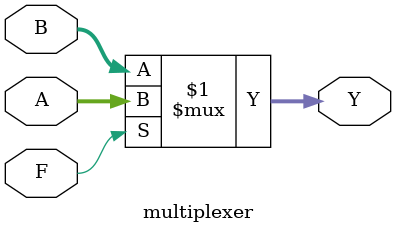
<source format=v>
module multiplexer (
	input [15:0] A,
	input [15:0] B,
	input F,
	output [15:0] Y
);

	assign Y = F ? A : B;	

endmodule

</source>
